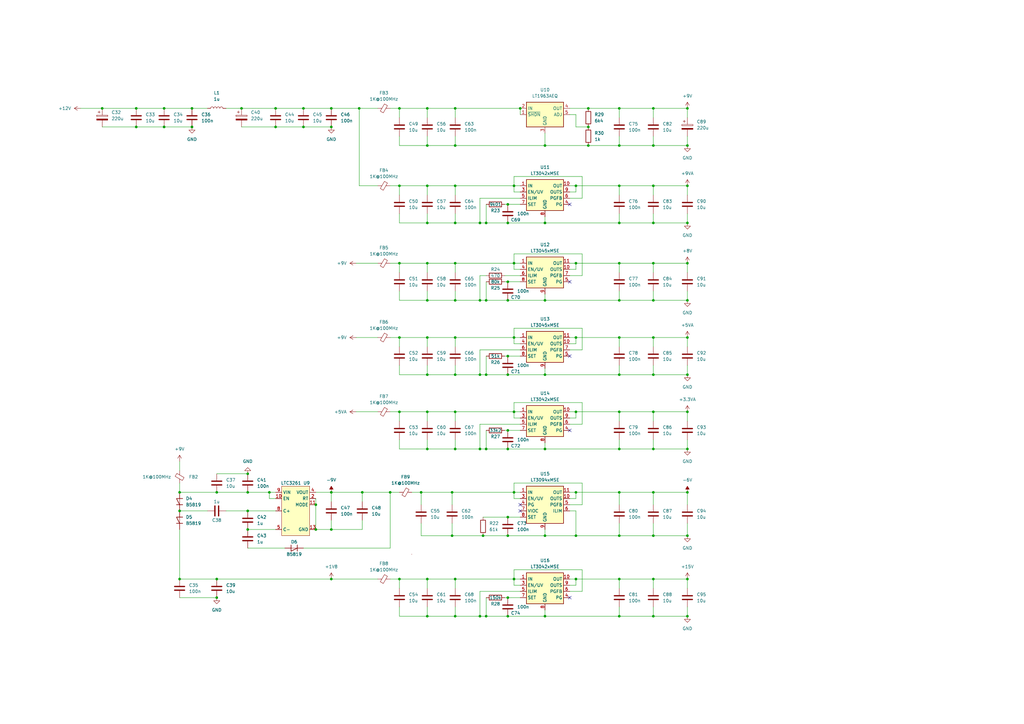
<source format=kicad_sch>
(kicad_sch (version 20211123) (generator eeschema)
  (paper "A3")
  (title_block (title "Kirdy") (date "2022-07-03") (rev "r0.1") (company "M-Labs") (comment 1 "Alex Wong Tat Hang"))
  (junction (at 175.26 237.49))
  (junction (at 223.52 59.69))
  (junction (at 223.52 184.15))
  (junction (at 236.22 76.2))
  (junction (at 210.82 201.93))
  (junction (at 78.74 44.45))
  (junction (at 210.82 76.2))
  (junction (at 236.22 168.91))
  (junction (at 185.42 219.71))
  (junction (at 101.6 217.17))
  (junction (at 254 184.15))
  (junction (at 208.28 245.11))
  (junction (at 185.42 201.93))
  (junction (at 208.28 176.53))
  (junction (at 135.89 217.17))
  (junction (at 147.32 44.45))
  (junction (at 210.82 138.43))
  (junction (at 254 91.44))
  (junction (at 135.89 237.49))
  (junction (at 208.28 252.73))
  (junction (at 196.85 184.15))
  (junction (at 88.9 237.49))
  (junction (at 199.39 252.73))
  (junction (at 186.69 138.43))
  (junction (at 208.28 184.15))
  (junction (at 78.74 52.07))
  (junction (at 254 44.45))
  (junction (at 267.97 76.2))
  (junction (at 199.39 153.67))
  (junction (at 254 237.49))
  (junction (at 163.83 76.2))
  (junction (at 281.94 107.95))
  (junction (at 210.82 107.95))
  (junction (at 99.06 44.45))
  (junction (at 67.31 52.07))
  (junction (at 175.26 59.69))
  (junction (at 267.97 201.93))
  (junction (at 113.03 52.07))
  (junction (at 175.26 153.67))
  (junction (at 175.26 91.44))
  (junction (at 41.91 44.45))
  (junction (at 281.94 138.43))
  (junction (at 267.97 138.43))
  (junction (at 175.26 107.95))
  (junction (at 196.85 91.44))
  (junction (at 199.39 123.19))
  (junction (at 267.97 252.73))
  (junction (at 281.94 237.49))
  (junction (at 186.69 252.73))
  (junction (at 208.28 123.19))
  (junction (at 254 219.71))
  (junction (at 148.59 201.93))
  (junction (at 223.52 153.67))
  (junction (at 223.52 91.44))
  (junction (at 101.6 209.55))
  (junction (at 281.94 76.2))
  (junction (at 281.94 201.93))
  (junction (at 281.94 168.91))
  (junction (at 186.69 107.95))
  (junction (at 281.94 123.19))
  (junction (at 281.94 44.45))
  (junction (at 186.69 237.49))
  (junction (at 186.69 184.15))
  (junction (at 163.83 168.91))
  (junction (at 236.22 219.71))
  (junction (at 254 168.91))
  (junction (at 281.94 252.73))
  (junction (at 241.3 44.45))
  (junction (at 223.52 123.19))
  (junction (at 186.69 76.2))
  (junction (at 213.36 44.45))
  (junction (at 198.12 219.71))
  (junction (at 281.94 184.15))
  (junction (at 267.97 44.45))
  (junction (at 135.89 201.93))
  (junction (at 186.69 91.44))
  (junction (at 267.97 168.91))
  (junction (at 175.26 168.91))
  (junction (at 281.94 219.71))
  (junction (at 160.02 201.93))
  (junction (at 186.69 59.69))
  (junction (at 208.28 83.82))
  (junction (at 135.89 52.07))
  (junction (at 236.22 201.93))
  (junction (at 113.03 44.45))
  (junction (at 254 153.67))
  (junction (at 254 138.43))
  (junction (at 210.82 168.91))
  (junction (at 281.94 91.44))
  (junction (at 254 59.69))
  (junction (at 267.97 184.15))
  (junction (at 267.97 123.19))
  (junction (at 254 76.2))
  (junction (at 101.6 201.93))
  (junction (at 163.83 138.43))
  (junction (at 186.69 123.19))
  (junction (at 241.3 52.07))
  (junction (at 175.26 252.73))
  (junction (at 135.89 44.45))
  (junction (at 196.85 123.19))
  (junction (at 208.28 91.44))
  (junction (at 172.72 201.93))
  (junction (at 208.28 153.67))
  (junction (at 73.66 209.55))
  (junction (at 267.97 237.49))
  (junction (at 208.28 212.09))
  (junction (at 196.85 252.73))
  (junction (at 124.46 52.07))
  (junction (at 175.26 184.15))
  (junction (at 163.83 107.95))
  (junction (at 186.69 153.67))
  (junction (at 88.9 201.93))
  (junction (at 254 201.93))
  (junction (at 110.49 201.93))
  (junction (at 208.28 115.57))
  (junction (at 236.22 107.95))
  (junction (at 267.97 219.71))
  (junction (at 208.28 146.05))
  (junction (at 223.52 252.73))
  (junction (at 73.66 201.93))
  (junction (at 175.26 123.19))
  (junction (at 281.94 59.69))
  (junction (at 267.97 59.69))
  (junction (at 55.88 52.07))
  (junction (at 236.22 237.49))
  (junction (at 281.94 153.67))
  (junction (at 223.52 219.71))
  (junction (at 208.28 219.71))
  (junction (at 267.97 107.95))
  (junction (at 175.26 76.2))
  (junction (at 175.26 138.43))
  (junction (at 163.83 44.45))
  (junction (at 199.39 184.15))
  (junction (at 101.6 194.31))
  (junction (at 88.9 245.11))
  (junction (at 267.97 91.44))
  (junction (at 254 123.19))
  (junction (at 175.26 44.45))
  (junction (at 210.82 237.49))
  (junction (at 254 252.73))
  (junction (at 73.66 237.49))
  (junction (at 163.83 237.49))
  (junction (at 186.69 168.91))
  (junction (at 129.54 207.01))
  (junction (at 67.31 44.45))
  (junction (at 267.97 153.67))
  (junction (at 124.46 44.45))
  (junction (at 55.88 44.45))
  (junction (at 186.69 44.45))
  (junction (at 254 107.95))
  (junction (at 129.54 217.17))
  (junction (at 241.3 59.69))
  (junction (at 236.22 138.43))
  (junction (at 199.39 91.44))
  (junction (at 196.85 153.67))
  (no_connect (at 233.68 115.57))
  (no_connect (at 233.68 176.53))
  (no_connect (at 233.68 245.11))
  (no_connect (at 213.36 209.55))
  (no_connect (at 213.36 207.01))
  (no_connect (at 233.68 83.82))
  (no_connect (at 233.68 146.05))
  (wire (pts (xy 88.9 201.93) (xy 101.6 201.93)))
  (wire (pts (xy 207.01 176.53) (xy 208.28 176.53)))
  (wire (pts (xy 267.97 214.63) (xy 267.97 219.71)))
  (wire (pts (xy 267.97 153.67) (xy 267.97 149.86)))
  (wire (pts (xy 196.85 81.28) (xy 196.85 91.44)))
  (wire (pts (xy 175.26 241.3) (xy 175.26 237.49)))
  (wire (pts (xy 160.02 237.49) (xy 163.83 237.49)))
  (wire (pts (xy 254 237.49) (xy 254 241.3)))
  (wire (pts (xy 233.68 140.97) (xy 236.22 140.97)))
  (wire (pts (xy 148.59 201.93) (xy 148.59 205.74)))
  (wire (pts (xy 281.94 252.73) (xy 281.94 248.92)))
  (wire (pts (xy 254 107.95) (xy 254 111.76)))
  (wire (pts (xy 135.89 213.36) (xy 135.89 217.17)))
  (wire (pts (xy 163.83 252.73) (xy 163.83 248.92)))
  (wire (pts (xy 208.28 176.53) (xy 213.36 176.53)))
  (wire (pts (xy 124.46 44.45) (xy 135.89 44.45)))
  (wire (pts (xy 135.89 217.17) (xy 129.54 217.17)))
  (wire (pts (xy 196.85 91.44) (xy 199.39 91.44)))
  (wire (pts (xy 267.97 107.95) (xy 267.97 111.76)))
  (wire (pts (xy 267.97 252.73) (xy 281.94 252.73)))
  (wire (pts (xy 160.02 107.95) (xy 163.83 107.95)))
  (wire (pts (xy 186.69 172.72) (xy 186.69 168.91)))
  (wire (pts (xy 196.85 113.03) (xy 199.39 113.03)))
  (wire (pts (xy 236.22 219.71) (xy 223.52 219.71)))
  (wire (pts (xy 175.26 123.19) (xy 186.69 123.19)))
  (wire (pts (xy 175.26 252.73) (xy 175.26 248.92)))
  (wire (pts (xy 186.69 123.19) (xy 196.85 123.19)))
  (wire (pts (xy 185.42 219.71) (xy 198.12 219.71)))
  (wire (pts (xy 267.97 153.67) (xy 281.94 153.67)))
  (wire (pts (xy 207.01 115.57) (xy 208.28 115.57)))
  (wire (pts (xy 175.26 123.19) (xy 175.26 119.38)))
  (wire (pts (xy 210.82 76.2) (xy 213.36 76.2)))
  (wire (pts (xy 163.83 59.69) (xy 175.26 59.69)))
  (wire (pts (xy 210.82 237.49) (xy 213.36 237.49)))
  (wire (pts (xy 254 219.71) (xy 254 214.63)))
  (wire (pts (xy 199.39 184.15) (xy 208.28 184.15)))
  (wire (pts (xy 129.54 201.93) (xy 135.89 201.93)))
  (wire (pts (xy 175.26 142.24) (xy 175.26 138.43)))
  (wire (pts (xy 199.39 252.73) (xy 208.28 252.73)))
  (wire (pts (xy 186.69 80.01) (xy 186.69 76.2)))
  (wire (pts (xy 199.39 245.11) (xy 199.39 252.73)))
  (wire (pts (xy 172.72 214.63) (xy 172.72 219.71)))
  (wire (pts (xy 92.71 209.55) (xy 101.6 209.55)))
  (wire (pts (xy 208.28 184.15) (xy 223.52 184.15)))
  (wire (pts (xy 175.26 184.15) (xy 186.69 184.15)))
  (wire (pts (xy 208.28 91.44) (xy 223.52 91.44)))
  (wire (pts (xy 213.36 204.47) (xy 210.82 204.47)))
  (wire (pts (xy 135.89 44.45) (xy 147.32 44.45)))
  (wire (pts (xy 254 219.71) (xy 267.97 219.71)))
  (wire (pts (xy 208.28 115.57) (xy 213.36 115.57)))
  (wire (pts (xy 163.83 252.73) (xy 175.26 252.73)))
  (wire (pts (xy 185.42 201.93) (xy 210.82 201.93)))
  (wire (pts (xy 186.69 168.91) (xy 210.82 168.91)))
  (wire (pts (xy 199.39 115.57) (xy 199.39 123.19)))
  (wire (pts (xy 175.26 76.2) (xy 186.69 76.2)))
  (wire (pts (xy 186.69 91.44) (xy 186.69 87.63)))
  (wire (pts (xy 199.39 146.05) (xy 199.39 153.67)))
  (wire (pts (xy 254 153.67) (xy 254 149.86)))
  (wire (pts (xy 238.76 134.62) (xy 210.82 134.62)))
  (wire (pts (xy 199.39 153.67) (xy 208.28 153.67)))
  (wire (pts (xy 172.72 219.71) (xy 185.42 219.71)))
  (wire (pts (xy 223.52 91.44) (xy 254 91.44)))
  (wire (pts (xy 236.22 240.03) (xy 236.22 237.49)))
  (wire (pts (xy 101.6 224.79) (xy 116.84 224.79)))
  (wire (pts (xy 198.12 219.71) (xy 208.28 219.71)))
  (wire (pts (xy 254 184.15) (xy 254 180.34)))
  (wire (pts (xy 210.82 140.97) (xy 210.82 138.43)))
  (wire (pts (xy 55.88 52.07) (xy 67.31 52.07)))
  (wire (pts (xy 196.85 81.28) (xy 213.36 81.28)))
  (wire (pts (xy 267.97 59.69) (xy 254 59.69)))
  (wire (pts (xy 213.36 110.49) (xy 210.82 110.49)))
  (wire (pts (xy 254 107.95) (xy 267.97 107.95)))
  (wire (pts (xy 267.97 91.44) (xy 267.97 87.63)))
  (wire (pts (xy 223.52 250.19) (xy 223.52 252.73)))
  (wire (pts (xy 254 123.19) (xy 254 119.38)))
  (wire (pts (xy 254 201.93) (xy 267.97 201.93)))
  (wire (pts (xy 186.69 44.45) (xy 213.36 44.45)))
  (wire (pts (xy 196.85 173.99) (xy 213.36 173.99)))
  (wire (pts (xy 175.26 184.15) (xy 175.26 180.34)))
  (wire (pts (xy 233.68 113.03) (xy 238.76 113.03)))
  (wire (pts (xy 210.82 107.95) (xy 213.36 107.95)))
  (wire (pts (xy 186.69 241.3) (xy 186.69 237.49)))
  (wire (pts (xy 254 237.49) (xy 267.97 237.49)))
  (wire (pts (xy 146.05 168.91) (xy 154.94 168.91)))
  (wire (pts (xy 236.22 237.49) (xy 254 237.49)))
  (wire (pts (xy 210.82 201.93) (xy 213.36 201.93)))
  (wire (pts (xy 207.01 245.11) (xy 208.28 245.11)))
  (wire (pts (xy 210.82 78.74) (xy 210.82 76.2)))
  (wire (pts (xy 196.85 252.73) (xy 199.39 252.73)))
  (wire (pts (xy 186.69 153.67) (xy 196.85 153.67)))
  (wire (pts (xy 236.22 219.71) (xy 254 219.71)))
  (wire (pts (xy 210.82 138.43) (xy 213.36 138.43)))
  (wire (pts (xy 73.66 198.12) (xy 73.66 201.93)))
  (wire (pts (xy 238.76 173.99) (xy 238.76 165.1)))
  (wire (pts (xy 175.26 172.72) (xy 175.26 168.91)))
  (wire (pts (xy 113.03 52.07) (xy 124.46 52.07)))
  (wire (pts (xy 73.66 237.49) (xy 73.66 217.17)))
  (wire (pts (xy 238.76 165.1) (xy 210.82 165.1)))
  (wire (pts (xy 208.28 123.19) (xy 223.52 123.19)))
  (wire (pts (xy 113.03 44.45) (xy 124.46 44.45)))
  (wire (pts (xy 281.94 76.2) (xy 281.94 80.01)))
  (wire (pts (xy 163.83 172.72) (xy 163.83 168.91)))
  (wire (pts (xy 281.94 184.15) (xy 281.94 180.34)))
  (wire (pts (xy 238.76 104.14) (xy 210.82 104.14)))
  (wire (pts (xy 210.82 240.03) (xy 210.82 237.49)))
  (wire (pts (xy 281.94 168.91) (xy 281.94 172.72)))
  (wire (pts (xy 163.83 107.95) (xy 175.26 107.95)))
  (wire (pts (xy 233.68 143.51) (xy 238.76 143.51)))
  (wire (pts (xy 254 48.26) (xy 254 44.45)))
  (wire (pts (xy 196.85 113.03) (xy 196.85 123.19)))
  (wire (pts (xy 236.22 201.93) (xy 254 201.93)))
  (wire (pts (xy 73.66 237.49) (xy 88.9 237.49)))
  (wire (pts (xy 175.26 168.91) (xy 186.69 168.91)))
  (wire (pts (xy 233.68 240.03) (xy 236.22 240.03)))
  (wire (pts (xy 175.26 44.45) (xy 186.69 44.45)))
  (wire (pts (xy 160.02 44.45) (xy 163.83 44.45)))
  (wire (pts (xy 124.46 52.07) (xy 135.89 52.07)))
  (wire (pts (xy 236.22 138.43) (xy 254 138.43)))
  (wire (pts (xy 110.49 201.93) (xy 113.03 201.93)))
  (wire (pts (xy 233.68 173.99) (xy 238.76 173.99)))
  (wire (pts (xy 210.82 134.62) (xy 210.82 138.43)))
  (wire (pts (xy 223.52 59.69) (xy 223.52 54.61)))
  (wire (pts (xy 267.97 76.2) (xy 267.97 80.01)))
  (wire (pts (xy 267.97 138.43) (xy 281.94 138.43)))
  (wire (pts (xy 254 44.45) (xy 267.97 44.45)))
  (wire (pts (xy 254 91.44) (xy 267.97 91.44)))
  (wire (pts (xy 267.97 123.19) (xy 267.97 119.38)))
  (wire (pts (xy 238.76 113.03) (xy 238.76 104.14)))
  (wire (pts (xy 223.52 151.13) (xy 223.52 153.67)))
  (wire (pts (xy 233.68 138.43) (xy 236.22 138.43)))
  (wire (pts (xy 163.83 59.69) (xy 163.83 55.88)))
  (wire (pts (xy 233.68 81.28) (xy 238.76 81.28)))
  (wire (pts (xy 196.85 153.67) (xy 199.39 153.67)))
  (wire (pts (xy 163.83 123.19) (xy 175.26 123.19)))
  (wire (pts (xy 223.52 181.61) (xy 223.52 184.15)))
  (wire (pts (xy 113.03 204.47) (xy 110.49 204.47)))
  (wire (pts (xy 73.66 245.11) (xy 88.9 245.11)))
  (wire (pts (xy 186.69 59.69) (xy 223.52 59.69)))
  (wire (pts (xy 135.89 237.49) (xy 154.94 237.49)))
  (wire (pts (xy 186.69 153.67) (xy 186.69 149.86)))
  (wire (pts (xy 186.69 123.19) (xy 186.69 119.38)))
  (wire (pts (xy 233.68 76.2) (xy 236.22 76.2)))
  (wire (pts (xy 185.42 214.63) (xy 185.42 219.71)))
  (wire (pts (xy 208.28 252.73) (xy 223.52 252.73)))
  (wire (pts (xy 175.26 252.73) (xy 186.69 252.73)))
  (wire (pts (xy 168.91 201.93) (xy 172.72 201.93)))
  (wire (pts (xy 186.69 48.26) (xy 186.69 44.45)))
  (wire (pts (xy 135.89 201.93) (xy 148.59 201.93)))
  (wire (pts (xy 267.97 44.45) (xy 281.94 44.45)))
  (wire (pts (xy 199.39 176.53) (xy 199.39 184.15)))
  (wire (pts (xy 254 168.91) (xy 254 172.72)))
  (wire (pts (xy 254 201.93) (xy 254 207.01)))
  (wire (pts (xy 185.42 201.93) (xy 185.42 207.01)))
  (wire (pts (xy 135.89 201.93) (xy 135.89 205.74)))
  (wire (pts (xy 213.36 78.74) (xy 210.82 78.74)))
  (wire (pts (xy 267.97 48.26) (xy 267.97 44.45)))
  (wire (pts (xy 163.83 237.49) (xy 175.26 237.49)))
  (wire (pts (xy 196.85 143.51) (xy 213.36 143.51)))
  (wire (pts (xy 186.69 252.73) (xy 186.69 248.92)))
  (wire (pts (xy 175.26 153.67) (xy 175.26 149.86)))
  (wire (pts (xy 233.68 168.91) (xy 236.22 168.91)))
  (wire (pts (xy 186.69 138.43) (xy 210.82 138.43)))
  (wire (pts (xy 254 123.19) (xy 267.97 123.19)))
  (wire (pts (xy 233.68 171.45) (xy 236.22 171.45)))
  (wire (pts (xy 254 91.44) (xy 254 87.63)))
  (wire (pts (xy 238.76 81.28) (xy 238.76 72.39)))
  (wire (pts (xy 213.36 240.03) (xy 210.82 240.03)))
  (wire (pts (xy 236.22 209.55) (xy 236.22 219.71)))
  (wire (pts (xy 163.83 80.01) (xy 163.83 76.2)))
  (wire (pts (xy 223.52 123.19) (xy 254 123.19)))
  (wire (pts (xy 254 153.67) (xy 267.97 153.67)))
  (wire (pts (xy 101.6 217.17) (xy 113.03 217.17)))
  (wire (pts (xy 213.36 44.45) (xy 213.36 46.99)))
  (wire (pts (xy 163.83 241.3) (xy 163.83 237.49)))
  (wire (pts (xy 233.68 242.57) (xy 238.76 242.57)))
  (wire (pts (xy 236.22 168.91) (xy 254 168.91)))
  (wire (pts (xy 223.52 219.71) (xy 223.52 217.17)))
  (wire (pts (xy 160.02 224.79) (xy 160.02 201.93)))
  (wire (pts (xy 163.83 48.26) (xy 163.83 44.45)))
  (wire (pts (xy 78.74 44.45) (xy 85.09 44.45)))
  (wire (pts (xy 267.97 201.93) (xy 281.94 201.93)))
  (wire (pts (xy 148.59 217.17) (xy 135.89 217.17)))
  (wire (pts (xy 92.71 44.45) (xy 99.06 44.45)))
  (wire (pts (xy 281.94 44.45) (xy 281.94 48.26)))
  (wire (pts (xy 175.26 48.26) (xy 175.26 44.45)))
  (wire (pts (xy 163.83 153.67) (xy 175.26 153.67)))
  (wire (pts (xy 175.26 153.67) (xy 186.69 153.67)))
  (wire (pts (xy 160.02 201.93) (xy 163.83 201.93)))
  (wire (pts (xy 267.97 237.49) (xy 281.94 237.49)))
  (wire (pts (xy 175.26 111.76) (xy 175.26 107.95)))
  (wire (pts (xy 110.49 204.47) (xy 110.49 201.93)))
  (wire (pts (xy 175.26 59.69) (xy 175.26 55.88)))
  (wire (pts (xy 210.82 168.91) (xy 213.36 168.91)))
  (wire (pts (xy 267.97 201.93) (xy 267.97 207.01)))
  (wire (pts (xy 198.12 212.09) (xy 208.28 212.09)))
  (wire (pts (xy 254 252.73) (xy 254 248.92)))
  (wire (pts (xy 233.68 78.74) (xy 236.22 78.74)))
  (wire (pts (xy 172.72 201.93) (xy 172.72 207.01)))
  (wire (pts (xy 210.82 110.49) (xy 210.82 107.95)))
  (wire (pts (xy 33.02 44.45) (xy 41.91 44.45)))
  (wire (pts (xy 238.76 72.39) (xy 210.82 72.39)))
  (wire (pts (xy 199.39 123.19) (xy 208.28 123.19)))
  (wire (pts (xy 254 252.73) (xy 267.97 252.73)))
  (wire (pts (xy 236.22 107.95) (xy 254 107.95)))
  (wire (pts (xy 236.22 140.97) (xy 236.22 138.43)))
  (wire (pts (xy 129.54 207.01) (xy 129.54 217.17)))
  (wire (pts (xy 267.97 252.73) (xy 267.97 248.92)))
  (wire (pts (xy 233.68 110.49) (xy 236.22 110.49)))
  (wire (pts (xy 41.91 44.45) (xy 55.88 44.45)))
  (wire (pts (xy 186.69 59.69) (xy 186.69 55.88)))
  (wire (pts (xy 163.83 76.2) (xy 175.26 76.2)))
  (wire (pts (xy 154.94 76.2) (xy 147.32 76.2)))
  (wire (pts (xy 254 55.88) (xy 254 59.69)))
  (wire (pts (xy 163.83 153.67) (xy 163.83 149.86)))
  (wire (pts (xy 267.97 123.19) (xy 281.94 123.19)))
  (wire (pts (xy 175.26 107.95) (xy 186.69 107.95)))
  (wire (pts (xy 196.85 242.57) (xy 196.85 252.73)))
  (wire (pts (xy 267.97 91.44) (xy 281.94 91.44)))
  (wire (pts (xy 73.66 209.55) (xy 85.09 209.55)))
  (wire (pts (xy 186.69 237.49) (xy 210.82 237.49)))
  (wire (pts (xy 101.6 201.93) (xy 110.49 201.93)))
  (wire (pts (xy 99.06 44.45) (xy 113.03 44.45)))
  (wire (pts (xy 186.69 184.15) (xy 186.69 180.34)))
  (wire (pts (xy 236.22 110.49) (xy 236.22 107.95)))
  (wire (pts (xy 73.66 189.23) (xy 73.66 193.04)))
  (wire (pts (xy 147.32 44.45) (xy 147.32 76.2)))
  (wire (pts (xy 146.05 107.95) (xy 154.94 107.95)))
  (wire (pts (xy 175.26 91.44) (xy 186.69 91.44)))
  (wire (pts (xy 233.68 107.95) (xy 236.22 107.95)))
  (wire (pts (xy 210.82 72.39) (xy 210.82 76.2)))
  (wire (pts (xy 254 76.2) (xy 267.97 76.2)))
  (wire (pts (xy 233.68 237.49) (xy 236.22 237.49)))
  (wire (pts (xy 196.85 123.19) (xy 199.39 123.19)))
  (wire (pts (xy 238.76 198.12) (xy 210.82 198.12)))
  (wire (pts (xy 241.3 44.45) (xy 254 44.45)))
  (wire (pts (xy 146.05 138.43) (xy 154.94 138.43)))
  (wire (pts (xy 196.85 143.51) (xy 196.85 153.67)))
  (wire (pts (xy 281.94 91.44) (xy 281.94 87.63)))
  (wire (pts (xy 41.91 52.07) (xy 55.88 52.07)))
  (wire (pts (xy 196.85 173.99) (xy 196.85 184.15)))
  (wire (pts (xy 281.94 138.43) (xy 281.94 142.24)))
  (wire (pts (xy 281.94 153.67) (xy 281.94 149.86)))
  (wire (pts (xy 233.68 204.47) (xy 236.22 204.47)))
  (wire (pts (xy 199.39 91.44) (xy 208.28 91.44)))
  (wire (pts (xy 238.76 207.01) (xy 238.76 198.12)))
  (wire (pts (xy 163.83 168.91) (xy 175.26 168.91)))
  (wire (pts (xy 236.22 78.74) (xy 236.22 76.2)))
  (wire (pts (xy 207.01 146.05) (xy 208.28 146.05)))
  (wire (pts (xy 196.85 184.15) (xy 199.39 184.15)))
  (wire (pts (xy 196.85 242.57) (xy 213.36 242.57)))
  (wire (pts (xy 233.68 46.99) (xy 236.22 46.99)))
  (wire (pts (xy 208.28 153.67) (xy 223.52 153.67)))
  (wire (pts (xy 210.82 171.45) (xy 210.82 168.91)))
  (wire (pts (xy 186.69 76.2) (xy 210.82 76.2)))
  (wire (pts (xy 210.82 198.12) (xy 210.82 201.93)))
  (wire (pts (xy 147.32 44.45) (xy 154.94 44.45)))
  (wire (pts (xy 213.36 140.97) (xy 210.82 140.97)))
  (wire (pts (xy 238.76 242.57) (xy 238.76 233.68)))
  (wire (pts (xy 88.9 194.31) (xy 101.6 194.31)))
  (wire (pts (xy 281.94 123.19) (xy 281.94 119.38)))
  (wire (pts (xy 267.97 168.91) (xy 267.97 172.72)))
  (wire (pts (xy 233.68 44.45) (xy 241.3 44.45)))
  (wire (pts (xy 267.97 76.2) (xy 281.94 76.2)))
  (wire (pts (xy 186.69 142.24) (xy 186.69 138.43)))
  (wire (pts (xy 281.94 55.88) (xy 281.94 59.69)))
  (wire (pts (xy 67.31 52.07) (xy 78.74 52.07)))
  (wire (pts (xy 210.82 204.47) (xy 210.82 201.93)))
  (wire (pts (xy 238.76 233.68) (xy 210.82 233.68)))
  (wire (pts (xy 254 138.43) (xy 267.97 138.43)))
  (wire (pts (xy 223.52 120.65) (xy 223.52 123.19)))
  (wire (pts (xy 267.97 219.71) (xy 281.94 219.71)))
  (wire (pts (xy 208.28 245.11) (xy 213.36 245.11)))
  (wire (pts (xy 223.52 88.9) (xy 223.52 91.44)))
  (wire (pts (xy 267.97 237.49) (xy 267.97 241.3)))
  (wire (pts (xy 254 184.15) (xy 267.97 184.15)))
  (wire (pts (xy 236.22 171.45) (xy 236.22 168.91)))
  (wire (pts (xy 210.82 233.68) (xy 210.82 237.49)))
  (wire (pts (xy 163.83 111.76) (xy 163.83 107.95)))
  (wire (pts (xy 55.88 44.45) (xy 67.31 44.45)))
  (wire (pts (xy 199.39 83.82) (xy 199.39 91.44)))
  (wire (pts (xy 160.02 168.91) (xy 163.83 168.91)))
  (wire (pts (xy 124.46 224.79) (xy 160.02 224.79)))
  (wire (pts (xy 254 138.43) (xy 254 142.24)))
  (wire (pts (xy 208.28 212.09) (xy 213.36 212.09)))
  (wire (pts (xy 210.82 165.1) (xy 210.82 168.91)))
  (wire (pts (xy 267.97 107.95) (xy 281.94 107.95)))
  (wire (pts (xy 160.02 76.2) (xy 163.83 76.2)))
  (wire (pts (xy 163.83 123.19) (xy 163.83 119.38)))
  (wire (pts (xy 67.31 44.45) (xy 78.74 44.45)))
  (wire (pts (xy 175.26 59.69) (xy 186.69 59.69)))
  (wire (pts (xy 163.83 184.15) (xy 175.26 184.15)))
  (wire (pts (xy 208.28 146.05) (xy 213.36 146.05)))
  (wire (pts (xy 175.26 237.49) (xy 186.69 237.49)))
  (wire (pts (xy 254 168.91) (xy 267.97 168.91)))
  (wire (pts (xy 186.69 111.76) (xy 186.69 107.95)))
  (wire (pts (xy 160.02 201.93) (xy 148.59 201.93)))
  (wire (pts (xy 172.72 201.93) (xy 185.42 201.93)))
  (wire (pts (xy 175.26 91.44) (xy 175.26 87.63)))
  (wire (pts (xy 281.94 201.93) (xy 281.94 207.01)))
  (wire (pts (xy 99.06 52.07) (xy 113.03 52.07)))
  (wire (pts (xy 101.6 209.55) (xy 113.03 209.55)))
  (wire (pts (xy 223.52 153.67) (xy 254 153.67)))
  (wire (pts (xy 238.76 143.51) (xy 238.76 134.62)))
  (wire (pts (xy 73.66 201.93) (xy 88.9 201.93)))
  (wire (pts (xy 254 59.69) (xy 241.3 59.69)))
  (wire (pts (xy 175.26 138.43) (xy 186.69 138.43)))
  (wire (pts (xy 186.69 107.95) (xy 210.82 107.95)))
  (wire (pts (xy 267.97 168.91) (xy 281.94 168.91)))
  (wire (pts (xy 233.68 207.01) (xy 238.76 207.01)))
  (wire (pts (xy 163.83 91.44) (xy 175.26 91.44)))
  (wire (pts (xy 236.22 76.2) (xy 254 76.2)))
  (wire (pts (xy 236.22 204.47) (xy 236.22 201.93)))
  (wire (pts (xy 236.22 46.99) (xy 236.22 52.07)))
  (wire (pts (xy 160.02 138.43) (xy 163.83 138.43)))
  (wire (pts (xy 208.28 219.71) (xy 223.52 219.71)))
  (wire (pts (xy 236.22 209.55) (xy 233.68 209.55)))
  (wire (pts (xy 186.69 184.15) (xy 196.85 184.15)))
  (wire (pts (xy 267.97 184.15) (xy 267.97 180.34)))
  (wire (pts (xy 207.01 83.82) (xy 208.28 83.82)))
  (wire (pts (xy 267.97 138.43) (xy 267.97 142.24)))
  (wire (pts (xy 223.52 59.69) (xy 241.3 59.69)))
  (wire (pts (xy 213.36 171.45) (xy 210.82 171.45)))
  (wire (pts (xy 236.22 52.07) (xy 241.3 52.07)))
  (wire (pts (xy 233.68 201.93) (xy 236.22 201.93)))
  (wire (pts (xy 254 76.2) (xy 254 80.01)))
  (wire (pts (xy 163.83 44.45) (xy 175.26 44.45)))
  (wire (pts (xy 223.52 184.15) (xy 254 184.15)))
  (wire (pts (xy 163.83 138.43) (xy 175.26 138.43)))
  (wire (pts (xy 208.28 83.82) (xy 213.36 83.82)))
  (wire (pts (xy 186.69 91.44) (xy 196.85 91.44)))
  (wire (pts (xy 163.83 91.44) (xy 163.83 87.63)))
  (wire (pts (xy 281.94 107.95) (xy 281.94 111.76)))
  (wire (pts (xy 281.94 237.49) (xy 281.94 241.3)))
  (wire (pts (xy 148.59 213.36) (xy 148.59 217.17)))
  (wire (pts (xy 267.97 55.88) (xy 267.97 59.69)))
  (wire (pts (xy 129.54 204.47) (xy 129.54 207.01)))
  (wire (pts (xy 267.97 59.69) (xy 281.94 59.69)))
  (wire (pts (xy 223.52 252.73) (xy 254 252.73)))
  (wire (pts (xy 186.69 252.73) (xy 196.85 252.73)))
  (wire (pts (xy 267.97 184.15) (xy 281.94 184.15)))
  (wire (pts (xy 210.82 104.14) (xy 210.82 107.95)))
  (wire (pts (xy 281.94 214.63) (xy 281.94 219.71)))
  (wire (pts (xy 175.26 80.01) (xy 175.26 76.2)))
  (wire (pts (xy 163.83 184.15) (xy 163.83 180.34)))
  (wire (pts (xy 88.9 237.49) (xy 135.89 237.49)))
  (wire (pts (xy 207.01 113.03) (xy 213.36 113.03)))
  (wire (pts (xy 163.83 142.24) (xy 163.83 138.43)))
  (symbol (lib_id "Device:R") (at 198.12 215.9 0) (unit 1)
    (property "Reference" "R22" (at 200.66 214.6299 0) (effects (justify left)))
    (property "Value" "61k" (at 200.66 217.1699 0) (effects (justify left)))
  )
  (symbol (lib_id "Device:C") (at 254 83.82 0) (unit 1)
    (property "Reference" "C76" (at 257.81 82.5499 0) (effects (justify left)))
    (property "Value" "100n" (at 257.81 85.0899 0) (effects (justify left)))
  )
  (symbol (lib_id "power:+5VA") (at 281.94 138.43 0) (unit 1)
    (property "Reference" "#PWR074" (effects hide))
    (property "Value" "+5VA" (at 281.94 133.35 0))
  )
  (symbol (lib_id "Device:C") (at 101.6 213.36 0) (unit 1)
    (property "Reference" "C42" (at 105.41 212.0899 0) (effects (justify left)))
    (property "Value" "1u" (at 105.41 214.6299 0) (effects (justify left)))
  )
  (symbol (lib_id "Device:C") (at 148.59 209.55 0) (unit 1)
    (property "Reference" "C48" (at 152.4 208.2799 0) (effects (justify left)))
    (property "Value" "10u" (at 152.4 210.8199 0) (effects (justify left)))
  )
  (symbol (lib_id "Device:R") (at 203.2 83.82 90) (unit 1)
    (property "Reference" "R23" (at 203.2 86.36 90))
    (property "Value" "9k01" (at 203.2 83.82 90))
  )
  (symbol (lib_id "Device:R") (at 203.2 245.11 90) (unit 1)
    (property "Reference" "R28" (at 203.2 247.65 90))
    (property "Value" "150k" (at 203.2 245.11 90))
  )
  (symbol (lib_id "Device:C") (at 281.94 210.82 0) (unit 1)
    (property "Reference" "C94" (at 285.75 209.5499 0) (effects (justify left)))
    (property "Value" "10u" (at 285.75 212.0899 0) (effects (justify left)))
  )
  (symbol (lib_id "Device:C") (at 186.69 83.82 0) (unit 1)
    (property "Reference" "C64" (at 190.5 82.5499 0) (effects (justify left)))
    (property "Value" "100n" (at 190.5 85.0899 0) (effects (justify left)))
  )
  (symbol (lib_id "Device:C") (at 113.03 48.26 0) (unit 1)
    (property "Reference" "C44" (at 116.84 46.9899 0) (effects (justify left)))
    (property "Value" "10u" (at 116.84 49.5299 0) (effects (justify left)))
  )
  (symbol (lib_id "Device:FerriteBead_Small") (at 73.66 195.58 180) (unit 1)
    (property "Reference" "FB2" (at 77.47 195.58 0) (effects (justify right)))
    (property "Value" "1K@100MHz" (at 58.42 195.58 0) (effects (justify right)))
  )
  (symbol (lib_id "Device:C") (at 208.28 180.34 0) (unit 1)
    (property "Reference" "C72" (at 209.55 182.88 0) (effects (justify left)))
    (property "Value" "100n" (at 212.09 180.34 0) (effects (justify left)))
  )
  (symbol (lib_id "Device:C") (at 186.69 115.57 0) (unit 1)
    (property "Reference" "C65" (at 190.5 114.2999 0) (effects (justify left)))
    (property "Value" "100n" (at 190.5 116.8399 0) (effects (justify left)))
  )
  (symbol (lib_id "Device:C") (at 175.26 176.53 0) (unit 1)
    (property "Reference" "C60" (at 179.07 175.2599 0) (effects (justify left)))
    (property "Value" "10u" (at 179.07 177.7999 0) (effects (justify left)))
  )
  (symbol (lib_id "Device:C") (at 254 52.07 0) (unit 1)
    (property "Reference" "C75" (at 257.81 50.7999 0) (effects (justify left)))
    (property "Value" "100n" (at 257.81 53.3399 0) (effects (justify left)))
  )
  (symbol (lib_id "power:GND") (at 281.94 123.19 0) (unit 1)
    (property "Reference" "#PWR073" (effects hide))
    (property "Value" "GND" (at 281.94 128.27 0))
  )
  (symbol (lib_id "Device:C") (at 267.97 210.82 0) (unit 1)
    (property "Reference" "C87" (at 271.78 209.5499 0) (effects (justify left)))
    (property "Value" "10u" (at 271.78 212.0899 0) (effects (justify left)))
  )
  (symbol (lib_id "Device:C") (at 175.26 245.11 0) (unit 1)
    (property "Reference" "C61" (at 179.07 243.8399 0) (effects (justify left)))
    (property "Value" "10u" (at 179.07 246.3799 0) (effects (justify left)))
  )
  (symbol (lib_id "Device:C") (at 186.69 245.11 0) (unit 1)
    (property "Reference" "C68" (at 190.5 243.8399 0) (effects (justify left)))
    (property "Value" "100n" (at 190.5 246.3799 0) (effects (justify left)))
  )
  (symbol (lib_id "Device:R") (at 203.2 146.05 90) (unit 1)
    (property "Reference" "R26" (at 203.2 148.59 90))
    (property "Value" "51k" (at 203.2 146.05 90))
  )
  (symbol (lib_id "Device:C") (at 175.26 52.07 0) (unit 1)
    (property "Reference" "C56" (at 179.07 50.7999 0) (effects (justify left)))
    (property "Value" "10u" (at 179.07 53.3399 0) (effects (justify left)))
  )
  (symbol (lib_id "Device:L") (at 88.9 44.45 90) (unit 1)
    (property "Reference" "L1" (at 88.9 38.1 90))
    (property "Value" "1u" (at 88.9 40.64 90))
  )
  (symbol (lib_id "Regulator_Linear:LT1963AEQ") (at 223.52 46.99 0) (unit 1)
    (property "Reference" "U10" (at 223.52 36.83 0))
    (property "Value" "LT1963AEQ" (at 223.52 39.37 0))
    (property "Footprint" "Package_TO_SOT_SMD:TO-263-5_TabPin3" (effects hide))
    (property "Datasheet" "https://www.analog.com/media/en/technical-documentation/data-sheets/1963aff.pdf" (effects hide))
  )
  (symbol (lib_id "Device:D_Shockley") (at 73.66 213.36 90) (unit 1)
    (property "Reference" "D5" (at 76.2 212.0899 90) (effects (justify right)))
    (property "Value" "B5819" (at 76.2 214.6299 90) (effects (justify right)))
  )
  (symbol (lib_id "Device:C_Polarized") (at 281.94 52.07 0) (unit 1)
    (property "Reference" "C89" (at 285.75 49.9109 0) (effects (justify left)))
    (property "Value" "220u" (at 285.75 52.4509 0) (effects (justify left)))
  )
  (symbol (lib_id "power:-9V") (at 135.89 201.93 0) (unit 1)
    (property "Reference" "#PWR063" (effects hide))
    (property "Value" "-9V" (at 135.89 196.85 0))
  )
  (symbol (lib_id "Device:FerriteBead_Small") (at 157.48 107.95 90) (unit 1)
    (property "Reference" "FB5" (at 157.4419 101.6 90))
    (property "Value" "1K@100MHz" (at 157.4419 104.14 90))
  )
  (symbol (lib_id "Device:C") (at 254 210.82 0) (unit 1)
    (property "Reference" "C80" (at 257.81 209.5499 0) (effects (justify left)))
    (property "Value" "100n" (at 257.81 212.0899 0) (effects (justify left)))
  )
  (symbol (lib_id "power:GND") (at 281.94 91.44 0) (unit 1)
    (property "Reference" "#PWR071" (effects hide))
    (property "Value" "GND" (at 281.94 96.52 0))
  )
  (symbol (lib_id "power:+9V") (at 281.94 44.45 0) (unit 1)
    (property "Reference" "#PWR068" (effects hide))
    (property "Value" "+9V" (at 281.94 39.37 0))
  )
  (symbol (lib_id "Device:R") (at 241.3 55.88 0) (unit 1)
    (property "Reference" "R30" (at 243.84 54.6099 0) (effects (justify left)))
    (property "Value" "1k" (at 243.84 57.1499 0) (effects (justify left)))
  )
  (symbol (lib_id "Device:FerriteBead_Small") (at 166.37 201.93 90) (unit 1)
    (property "Reference" "FB9" (at 166.3319 195.58 90))
    (property "Value" "1K@100MHz" (at 166.3319 198.12 90))
  )
  (symbol (lib_id "Device:C") (at 208.28 119.38 0) (unit 1)
    (property "Reference" "C70" (at 209.55 121.92 0) (effects (justify left)))
    (property "Value" "100n" (at 212.09 119.38 0) (effects (justify left)))
  )
  (symbol (lib_id "Device:C") (at 281.94 245.11 0) (unit 1)
    (property "Reference" "C95" (at 285.75 243.8399 0) (effects (justify left)))
    (property "Value" "10u" (at 285.75 246.3799 0) (effects (justify left)))
  )
  (symbol (lib_id "Device:C") (at 135.89 48.26 0) (unit 1)
    (property "Reference" "C46" (at 139.7 46.9899 0) (effects (justify left)))
    (property "Value" "100n" (at 139.7 49.5299 0) (effects (justify left)))
  )
  (symbol (lib_id "Device:C") (at 254 115.57 0) (unit 1)
    (property "Reference" "C77" (at 257.81 114.2999 0) (effects (justify left)))
    (property "Value" "100n" (at 257.81 116.8399 0) (effects (justify left)))
  )
  (symbol (lib_id "Device:C") (at 88.9 198.12 0) (unit 1)
    (property "Reference" "C37" (at 92.71 196.8499 0) (effects (justify left)))
    (property "Value" "10u" (at 92.71 199.3899 0) (effects (justify left)))
  )
  (symbol (lib_id "Regulator_Linear:LT3042xMSE") (at 223.52 78.74 0) (unit 1)
    (property "Reference" "U11" (at 223.52 68.58 0))
    (property "Value" "LT3042xMSE" (at 223.52 71.12 0))
    (property "Footprint" "Package_SO:MSOP-10-1EP_3x3mm_P0.5mm_EP1.68x1.88mm" (effects hide))
    (property "Datasheet" "https://www.analog.com/media/en/technical-documentation/data-sheets/3042fb.pdf" (effects hide))
  )
  (symbol (lib_id "Device:C") (at 88.9 209.55 90) (unit 1)
    (property "Reference" "C38" (at 88.9 213.36 90))
    (property "Value" "1u" (at 88.9 205.74 90))
  )
  (symbol (lib_id "Device:C") (at 267.97 52.07 0) (unit 1)
    (property "Reference" "C82" (at 271.78 50.7999 0) (effects (justify left)))
    (property "Value" "10u" (at 271.78 53.3399 0) (effects (justify left)))
  )
  (symbol (lib_id "Device:C") (at 101.6 220.98 0) (unit 1)
    (property "Reference" "C43" (at 105.41 219.7099 0) (effects (justify left)))
    (property "Value" "1u" (at 105.41 222.2499 0) (effects (justify left)))
  )
  (symbol (lib_id "Device:C") (at 254 245.11 0) (unit 1)
    (property "Reference" "C81" (at 257.81 243.8399 0) (effects (justify left)))
    (property "Value" "100n" (at 257.81 246.3799 0) (effects (justify left)))
  )
  (symbol (lib_id "Device:C") (at 88.9 241.3 0) (unit 1)
    (property "Reference" "C39" (at 92.71 240.0299 0) (effects (justify left)))
    (property "Value" "10u" (at 92.71 242.5699 0) (effects (justify left)))
  )
  (symbol (lib_id "Device:C") (at 67.31 48.26 0) (unit 1)
    (property "Reference" "C34" (at 71.12 46.9899 0) (effects (justify left)))
    (property "Value" "10u" (at 71.12 49.5299 0) (effects (justify left)))
  )
  (symbol (lib_id "Device:C") (at 208.28 149.86 0) (unit 1)
    (property "Reference" "C71" (at 209.55 152.4 0) (effects (justify left)))
    (property "Value" "100n" (at 212.09 149.86 0) (effects (justify left)))
  )
  (symbol (lib_id "Device:C") (at 281.94 176.53 0) (unit 1)
    (property "Reference" "C93" (at 285.75 175.2599 0) (effects (justify left)))
    (property "Value" "10u" (at 285.75 177.7999 0) (effects (justify left)))
  )
  (symbol (lib_id "Device:C") (at 172.72 210.82 0) (unit 1)
    (property "Reference" "C55" (at 176.53 209.5499 0) (effects (justify left)))
    (property "Value" "10u" (at 176.53 212.0899 0) (effects (justify left)))
  )
  (symbol (lib_id "Device:FerriteBead_Small") (at 157.48 168.91 90) (unit 1)
    (property "Reference" "FB7" (at 157.4419 162.56 90))
    (property "Value" "1K@100MHz" (at 157.4419 165.1 90))
  )
  (symbol (lib_id "Device:C_Polarized") (at 99.06 48.26 0) (unit 1)
    (property "Reference" "C40" (at 102.87 46.1009 0) (effects (justify left)))
    (property "Value" "220u" (at 102.87 48.6409 0) (effects (justify left)))
  )
  (symbol (lib_id "Device:C") (at 267.97 176.53 0) (unit 1)
    (property "Reference" "C86" (at 271.78 175.2599 0) (effects (justify left)))
    (property "Value" "10u" (at 271.78 177.7999 0) (effects (justify left)))
  )
  (symbol (lib_id "Device:C") (at 281.94 83.82 0) (unit 1)
    (property "Reference" "C90" (at 285.75 82.5499 0) (effects (justify left)))
    (property "Value" "10u" (at 285.75 85.0899 0) (effects (justify left)))
  )
  (symbol (lib_id "Device:FerriteBead_Small") (at 157.48 138.43 90) (unit 1)
    (property "Reference" "FB6" (at 157.4419 132.08 90))
    (property "Value" "1K@100MHz" (at 157.4419 134.62 90))
  )
  (symbol (lib_id "kirdy:+18V") (at 135.89 237.49 0) (unit 1)
    (property "Reference" "#PWR064" (effects hide))
    (property "Value" "+18V" (at 135.89 232.41 0))
  )
  (symbol (lib_id "power:+9VA") (at 281.94 76.2 0) (unit 1)
    (property "Reference" "#PWR070" (effects hide))
    (property "Value" "+9VA" (at 281.94 71.12 0))
  )
  (symbol (lib_id "Device:C") (at 163.83 176.53 0) (unit 1)
    (property "Reference" "C53" (at 167.64 175.2599 0) (effects (justify left)))
    (property "Value" "10u" (at 167.64 177.7999 0) (effects (justify left)))
  )
  (symbol (lib_id "Device:C") (at 254 176.53 0) (unit 1)
    (property "Reference" "C79" (at 257.81 175.2599 0) (effects (justify left)))
    (property "Value" "100n" (at 257.81 177.7999 0) (effects (justify left)))
  )
  (symbol (lib_id "power:GND") (at 281.94 219.71 0) (unit 1)
    (property "Reference" "#PWR079" (effects hide))
    (property "Value" "GND" (at 281.94 224.79 0))
  )
  (symbol (lib_id "Device:C") (at 208.28 87.63 0) (unit 1)
    (property "Reference" "C69" (at 209.55 90.17 0) (effects (justify left)))
    (property "Value" "100n" (at 212.09 87.63 0) (effects (justify left)))
  )
  (symbol (lib_id "Device:C") (at 267.97 83.82 0) (unit 1)
    (property "Reference" "C83" (at 271.78 82.5499 0) (effects (justify left)))
    (property "Value" "10u" (at 271.78 85.0899 0) (effects (justify left)))
  )
  (symbol (lib_id "Device:R") (at 203.2 113.03 90) (unit 1)
    (property "Reference" "R24" (at 203.2 110.49 90))
    (property "Value" "470" (at 203.2 113.03 90))
  )
  (symbol (lib_id "power:GND") (at 281.94 252.73 0) (unit 1)
    (property "Reference" "#PWR081" (effects hide))
    (property "Value" "GND" (at 281.94 257.81 0))
  )
  (symbol (lib_id "Device:C") (at 163.83 146.05 0) (unit 1)
    (property "Reference" "C52" (at 167.64 144.7799 0) (effects (justify left)))
    (property "Value" "10u" (at 167.64 147.3199 0) (effects (justify left)))
  )
  (symbol (lib_id "Device:C") (at 175.26 146.05 0) (unit 1)
    (property "Reference" "C59" (at 179.07 144.7799 0) (effects (justify left)))
    (property "Value" "10u" (at 179.07 147.3199 0) (effects (justify left)))
  )
  (symbol (lib_id "power:GND") (at 281.94 184.15 0) (unit 1)
    (property "Reference" "#PWR077" (effects hide))
    (property "Value" "GND" (at 281.94 189.23 0))
  )
  (symbol (lib_id "Device:C") (at 186.69 146.05 0) (unit 1)
    (property "Reference" "C66" (at 190.5 144.7799 0) (effects (justify left)))
    (property "Value" "100n" (at 190.5 147.3199 0) (effects (justify left)))
  )
  (symbol (lib_id "Device:C") (at 267.97 115.57 0) (unit 1)
    (property "Reference" "C84" (at 271.78 114.2999 0) (effects (justify left)))
    (property "Value" "10u" (at 271.78 116.8399 0) (effects (justify left)))
  )
  (symbol (lib_id "Device:C") (at 186.69 176.53 0) (unit 1)
    (property "Reference" "C67" (at 190.5 175.2599 0) (effects (justify left)))
    (property "Value" "100n" (at 190.5 177.7999 0) (effects (justify left)))
  )
  (symbol (lib_id "power:+9V") (at 73.66 189.23 0) (unit 1)
    (property "Reference" "#PWR058" (effects hide))
    (property "Value" "+9V" (at 73.66 184.15 0))
  )
  (symbol (lib_id "Device:FerriteBead_Small") (at 157.48 237.49 90) (unit 1)
    (property "Reference" "FB8" (at 157.4419 231.14 90))
    (property "Value" "1K@100MHz" (at 157.4419 233.68 90))
  )
  (symbol (lib_id "power:+5VA") (at 146.05 168.91 90) (unit 1)
    (property "Reference" "#PWR067" (effects hide))
    (property "Value" "+5VA" (at 142.24 168.9099 90) (effects (justify left)))
  )
  (symbol (lib_id "kirdy:LTC3261") (at 120.65 208.28 0) (unit 1)
    (property "Reference" "U9" (at 125.73 198.12 0))
    (property "Value" "LTC3261" (at 119.38 198.12 0))
    (property "Footprint" "Package_SO:MSOP-12-1EP_3x4mm_P0.65mm_EP1.65x2.85mm" (effects hide))
    (property "Datasheet" "https://www.analog.com/media/en/technical-documentation/data-sheets/3261fb.pdf" (effects hide))
  )
  (symbol (lib_id "Device:R") (at 203.2 115.57 90) (unit 1)
    (property "Reference" "R25" (at 203.2 118.11 90))
    (property "Value" "80k" (at 203.2 115.57 90))
  )
  (symbol (lib_id "Device:C") (at 124.46 48.26 0) (unit 1)
    (property "Reference" "C45" (at 128.27 46.9899 0) (effects (justify left)))
    (property "Value" "10u" (at 128.27 49.5299 0) (effects (justify left)))
  )
  (symbol (lib_id "Device:C") (at 208.28 248.92 0) (unit 1)
    (property "Reference" "C74" (at 209.55 251.46 0) (effects (justify left)))
    (property "Value" "100n" (at 212.09 248.92 0) (effects (justify left)))
  )
  (symbol (lib_id "Device:FerriteBead_Small") (at 157.48 44.45 90) (unit 1)
    (property "Reference" "FB3" (at 157.4419 38.1 90))
    (property "Value" "1K@100MHz" (at 157.4419 40.64 90))
  )
  (symbol (lib_id "Device:C") (at 163.83 52.07 0) (unit 1)
    (property "Reference" "C49" (at 167.64 50.7999 0) (effects (justify left)))
    (property "Value" "10u" (at 167.64 53.3399 0) (effects (justify left)))
  )
  (symbol (lib_id "power:+15V") (at 281.94 237.49 0) (unit 1)
    (property "Reference" "#PWR080" (effects hide))
    (property "Value" "+15V" (at 281.94 232.41 0))
  )
  (symbol (lib_id "power:GND") (at 281.94 59.69 0) (unit 1)
    (property "Reference" "#PWR069" (effects hide))
    (property "Value" "GND" (at 281.94 64.77 0))
  )
  (symbol (lib_id "Device:C") (at 185.42 210.82 0) (unit 1)
    (property "Reference" "C62" (at 189.23 209.5499 0) (effects (justify left)))
    (property "Value" "100n" (at 189.23 212.0899 0) (effects (justify left)))
  )
  (symbol (lib_id "Regulator_Linear:LT3042xMSE") (at 223.52 171.45 0) (unit 1)
    (property "Reference" "U14" (at 223.52 161.29 0))
    (property "Value" "LT3042xMSE" (at 223.52 163.83 0))
    (property "Footprint" "Package_SO:MSOP-10-1EP_3x3mm_P0.5mm_EP1.68x1.88mm" (effects hide))
    (property "Datasheet" "https://www.analog.com/media/en/technical-documentation/data-sheets/3042fb.pdf" (effects hide))
  )
  (symbol (lib_id "Regulator_Linear:LT3045xMSE") (at 223.52 110.49 0) (unit 1)
    (property "Reference" "U12" (at 223.52 100.33 0))
    (property "Value" "LT3045xMSE" (at 223.52 102.87 0))
    (property "Footprint" "Package_SO:MSOP-12-1EP_3x4mm_P0.65mm_EP1.65x2.85mm" (effects hide))
    (property "Datasheet" "https://www.analog.com/media/en/technical-documentation/data-sheets/3045fa.pdf" (effects hide))
  )
  (symbol (lib_id "Device:C") (at 175.26 83.82 0) (unit 1)
    (property "Reference" "C57" (at 179.07 82.5499 0) (effects (justify left)))
    (property "Value" "10u" (at 179.07 85.0899 0) (effects (justify left)))
  )
  (symbol (lib_id "Regulator_Linear:LT3042xMSE") (at 223.52 240.03 0) (unit 1)
    (property "Reference" "U16" (at 223.52 229.87 0))
    (property "Value" "LT3042xMSE" (at 223.52 232.41 0))
    (property "Footprint" "Package_SO:MSOP-10-1EP_3x3mm_P0.5mm_EP1.68x1.88mm" (effects hide))
    (property "Datasheet" "https://www.analog.com/media/en/technical-documentation/data-sheets/3042fb.pdf" (effects hide))
  )
  (symbol (lib_id "Device:FerriteBead_Small") (at 157.48 76.2 90) (unit 1)
    (property "Reference" "FB4" (at 157.4419 69.85 90))
    (property "Value" "1K@100MHz" (at 157.4419 72.39 90))
  )
  (symbol (lib_id "Device:C") (at 55.88 48.26 0) (unit 1)
    (property "Reference" "C33" (at 59.69 46.9899 0) (effects (justify left)))
    (property "Value" "10u" (at 59.69 49.5299 0) (effects (justify left)))
  )
  (symbol (lib_id "Device:R") (at 203.2 176.53 90) (unit 1)
    (property "Reference" "R27" (at 203.2 179.07 90))
    (property "Value" "33k2" (at 203.2 176.53 90))
  )
  (symbol (lib_id "power:GND") (at 101.6 194.31 180) (unit 1)
    (property "Reference" "#PWR061" (effects hide))
    (property "Value" "GND" (at 101.6 189.23 0))
  )
  (symbol (lib_id "Device:C") (at 163.83 83.82 0) (unit 1)
    (property "Reference" "C50" (at 167.64 82.5499 0) (effects (justify left)))
    (property "Value" "10u" (at 167.64 85.0899 0) (effects (justify left)))
  )
  (symbol (lib_id "Device:C") (at 73.66 241.3 0) (unit 1)
    (property "Reference" "C35" (at 77.47 240.0299 0) (effects (justify left)))
    (property "Value" "100n" (at 77.47 242.5699 0) (effects (justify left)))
  )
  (symbol (lib_id "Device:C") (at 101.6 198.12 0) (unit 1)
    (property "Reference" "C41" (at 105.41 196.8499 0) (effects (justify left)))
    (property "Value" "100n" (at 105.41 199.3899 0) (effects (justify left)))
  )
  (symbol (lib_id "Regulator_Linear:LT3094xMSE") (at 223.52 207.01 0) (unit 1)
    (property "Reference" "U15" (at 223.52 194.31 0))
    (property "Value" "LT3094xMSE" (at 223.52 196.85 0))
    (property "Footprint" "Package_SO:MSOP-12-1EP_3x4mm_P0.65mm_EP1.65x2.85mm" (effects hide))
    (property "Datasheet" "https://www.analog.com/media/en/technical-documentation/data-sheets/LT3094.pdf" (effects hide))
  )
  (symbol (lib_id "power:+9V") (at 146.05 107.95 90) (unit 1)
    (property "Reference" "#PWR065" (effects hide))
    (property "Value" "+9V" (at 142.24 107.9499 90) (effects (justify left)))
  )
  (symbol (lib_id "power:GND") (at 78.74 52.07 0) (unit 1)
    (property "Reference" "#PWR059" (effects hide))
    (property "Value" "GND" (at 78.74 57.15 0))
  )
  (symbol (lib_id "Device:C") (at 267.97 245.11 0) (unit 1)
    (property "Reference" "C88" (at 271.78 243.8399 0) (effects (justify left)))
    (property "Value" "10u" (at 271.78 246.3799 0) (effects (justify left)))
  )
  (symbol (lib_id "power:GND") (at 135.89 52.07 0) (unit 1)
    (property "Reference" "#PWR062" (effects hide))
    (property "Value" "GND" (at 135.89 57.15 0))
  )
  (symbol (lib_id "Device:D_Shockley") (at 120.65 224.79 180) (unit 1)
    (property "Reference" "D6" (at 120.65 222.25 0))
    (property "Value" "B5819" (at 120.65 227.33 0))
  )
  (symbol (lib_id "Device:C") (at 135.89 209.55 0) (unit 1)
    (property "Reference" "C47" (at 139.7 208.2799 0) (effects (justify left)))
    (property "Value" "100n" (at 139.7 210.8199 0) (effects (justify left)))
  )
  (symbol (lib_id "Device:C") (at 163.83 115.57 0) (unit 1)
    (property "Reference" "C51" (at 167.64 114.2999 0) (effects (justify left)))
    (property "Value" "10u" (at 167.64 116.8399 0) (effects (justify left)))
  )
  (symbol (lib_id "Device:D_Shockley") (at 73.66 205.74 90) (unit 1)
    (property "Reference" "D4" (at 76.2 204.4699 90) (effects (justify right)))
    (property "Value" "B5819" (at 76.2 207.0099 90) (effects (justify right)))
  )
  (symbol (lib_id "power:GND") (at 88.9 245.11 0) (unit 1)
    (property "Reference" "#PWR060" (effects hide))
    (property "Value" "GND" (at 88.9 250.19 0))
  )
  (symbol (lib_id "Regulator_Linear:LT3045xMSE") (at 223.52 140.97 0) (unit 1)
    (property "Reference" "U13" (at 223.52 130.81 0))
    (property "Value" "LT3045xMSE" (at 223.52 133.35 0))
    (property "Footprint" "Package_SO:MSOP-12-1EP_3x4mm_P0.65mm_EP1.65x2.85mm" (effects hide))
    (property "Datasheet" "https://www.analog.com/media/en/technical-documentation/data-sheets/3045fa.pdf" (effects hide))
  )
  (symbol (lib_id "power:+12V") (at 33.02 44.45 90) (unit 1)
    (property "Reference" "#PWR057" (effects hide))
    (property "Value" "+12V" (at 29.21 44.4499 90) (effects (justify left)))
  )
  (symbol (lib_id "Device:C") (at 163.83 245.11 0) (unit 1)
    (property "Reference" "C54" (at 167.64 243.8399 0) (effects (justify left)))
    (property "Value" "10u" (at 167.64 246.3799 0) (effects (justify left)))
  )
  (symbol (lib_id "Device:C") (at 254 146.05 0) (unit 1)
    (property "Reference" "C78" (at 257.81 144.7799 0) (effects (justify left)))
    (property "Value" "100n" (at 257.81 147.3199 0) (effects (justify left)))
  )
  (symbol (lib_id "Device:C_Polarized") (at 41.91 48.26 0) (unit 1)
    (property "Reference" "C32" (at 45.72 46.1009 0) (effects (justify left)))
    (property "Value" "220u" (at 45.72 48.6409 0) (effects (justify left)))
  )
  (symbol (lib_id "power:+9V") (at 146.05 138.43 90) (unit 1)
    (property "Reference" "#PWR066" (effects hide))
    (property "Value" "+9V" (at 142.24 138.4299 90) (effects (justify left)))
  )
  (symbol (lib_id "power:+3.3VA") (at 281.94 168.91 0) (unit 1)
    (property "Reference" "#PWR076" (effects hide))
    (property "Value" "+3.3VA" (at 281.94 163.83 0))
  )
  (symbol (lib_id "power:GND") (at 281.94 153.67 0) (unit 1)
    (property "Reference" "#PWR075" (effects hide))
    (property "Value" "GND" (at 281.94 158.75 0))
  )
  (symbol (lib_id "Device:C") (at 281.94 146.05 0) (unit 1)
    (property "Reference" "C92" (at 285.75 144.7799 0) (effects (justify left)))
    (property "Value" "10u" (at 285.75 147.3199 0) (effects (justify left)))
  )
  (symbol (lib_id "power:-6V") (at 281.94 201.93 0) (unit 1)
    (property "Reference" "#PWR078" (effects hide))
    (property "Value" "-6V" (at 281.94 196.85 0))
  )
  (symbol (lib_id "Device:C") (at 78.74 48.26 0) (unit 1)
    (property "Reference" "C36" (at 82.55 46.9899 0) (effects (justify left)))
    (property "Value" "100n" (at 82.55 49.5299 0) (effects (justify left)))
  )
  (symbol (lib_id "Device:C") (at 281.94 115.57 0) (unit 1)
    (property "Reference" "C91" (at 285.75 114.2999 0) (effects (justify left)))
    (property "Value" "10u" (at 285.75 116.8399 0) (effects (justify left)))
  )
  (symbol (lib_id "Device:C") (at 175.26 115.57 0) (unit 1)
    (property "Reference" "C58" (at 179.07 114.2999 0) (effects (justify left)))
    (property "Value" "10u" (at 179.07 116.8399 0) (effects (justify left)))
  )
  (symbol (lib_id "Device:R") (at 241.3 48.26 0) (unit 1)
    (property "Reference" "R29" (at 243.84 46.9899 0) (effects (justify left)))
    (property "Value" "6k4" (at 243.84 49.5299 0) (effects (justify left)))
  )
  (symbol (lib_id "Device:C") (at 208.28 215.9 0) (unit 1)
    (property "Reference" "C73" (at 212.09 214.6299 0) (effects (justify left)))
    (property "Value" "100n" (at 212.09 217.1699 0) (effects (justify left)))
  )
  (symbol (lib_id "Device:C") (at 186.69 52.07 0) (unit 1)
    (property "Reference" "C63" (at 190.5 50.7999 0) (effects (justify left)))
    (property "Value" "100n" (at 190.5 53.3399 0) (effects (justify left)))
  )
  (symbol (lib_id "Device:C") (at 267.97 146.05 0) (unit 1)
    (property "Reference" "C85" (at 271.78 144.7799 0) (effects (justify left)))
    (property "Value" "10u" (at 271.78 147.3199 0) (effects (justify left)))
  )
  (symbol (lib_id "power:+8V") (at 281.94 107.95 0) (unit 1)
    (property "Reference" "#PWR072" (effects hide))
    (property "Value" "+8V" (at 281.94 102.87 0))
  )
)
</source>
